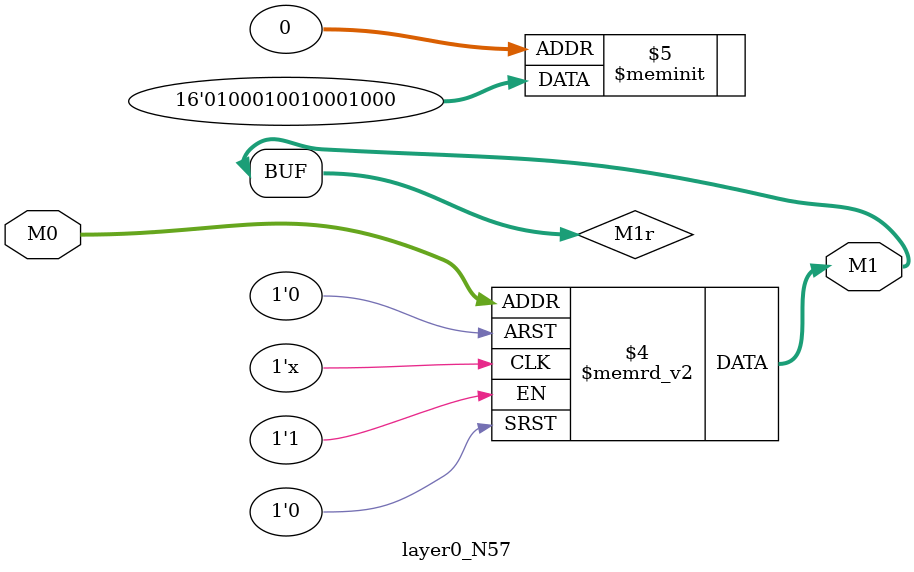
<source format=v>
module layer0_N57 ( input [2:0] M0, output [1:0] M1 );

	(*rom_style = "distributed" *) reg [1:0] M1r;
	assign M1 = M1r;
	always @ (M0) begin
		case (M0)
			3'b000: M1r = 2'b00;
			3'b100: M1r = 2'b00;
			3'b010: M1r = 2'b00;
			3'b110: M1r = 2'b00;
			3'b001: M1r = 2'b10;
			3'b101: M1r = 2'b01;
			3'b011: M1r = 2'b10;
			3'b111: M1r = 2'b01;

		endcase
	end
endmodule

</source>
